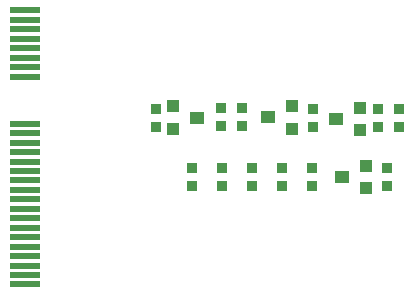
<source format=gbp>
G04 Layer_Color=128*
%FSLAX25Y25*%
%MOIN*%
G70*
G01*
G75*
%ADD13R,0.03500X0.03500*%
%ADD18R,0.10039X0.02362*%
%ADD34R,0.04000X0.04000*%
%ADD35R,0.05000X0.04000*%
D13*
X113800Y71050D02*
D03*
Y65050D02*
D03*
X110700Y84900D02*
D03*
Y90900D02*
D03*
X68900Y71050D02*
D03*
Y65050D02*
D03*
X88900Y71050D02*
D03*
Y65050D02*
D03*
X65400Y85200D02*
D03*
Y91200D02*
D03*
X48900Y71050D02*
D03*
Y65050D02*
D03*
X58900Y71050D02*
D03*
Y65050D02*
D03*
X78900Y71050D02*
D03*
Y65050D02*
D03*
X117700Y84900D02*
D03*
Y90900D02*
D03*
X58300Y85255D02*
D03*
Y91255D02*
D03*
X89200Y84900D02*
D03*
Y90900D02*
D03*
X36800D02*
D03*
Y84900D02*
D03*
D18*
X-6900Y32300D02*
D03*
Y35450D02*
D03*
Y38599D02*
D03*
Y41749D02*
D03*
Y44898D02*
D03*
Y48048D02*
D03*
Y51198D02*
D03*
Y54347D02*
D03*
Y57497D02*
D03*
Y60646D02*
D03*
Y63796D02*
D03*
Y66946D02*
D03*
Y70095D02*
D03*
Y73245D02*
D03*
Y76394D02*
D03*
Y79544D02*
D03*
Y82694D02*
D03*
Y85843D02*
D03*
Y101591D02*
D03*
Y104741D02*
D03*
Y107891D02*
D03*
Y111040D02*
D03*
Y114190D02*
D03*
Y117339D02*
D03*
Y120489D02*
D03*
X-6901Y123639D02*
D03*
D34*
X106800Y64300D02*
D03*
Y71800D02*
D03*
X104900Y83700D02*
D03*
Y91200D02*
D03*
X82000Y84200D02*
D03*
Y91700D02*
D03*
X42400Y91650D02*
D03*
Y84150D02*
D03*
D35*
X98800Y68100D02*
D03*
X96900Y87500D02*
D03*
X74000Y88000D02*
D03*
X50400Y87850D02*
D03*
M02*

</source>
